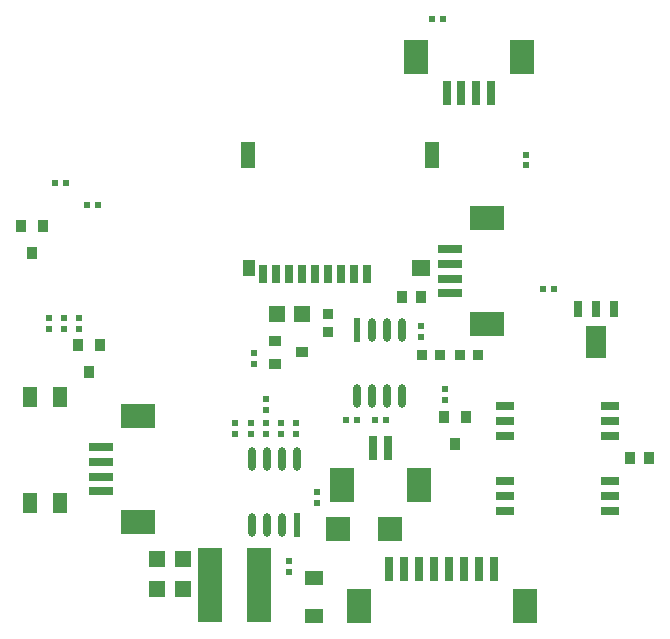
<source format=gbp>
%FSLAX44Y44*%
%MOMM*%
G71*
G01*
G75*
G04 Layer_Color=128*
%ADD10R,0.8890X1.0160*%
%ADD11R,0.6000X0.5000*%
%ADD12R,1.3970X1.3970*%
%ADD13R,0.4064X0.5500*%
%ADD14R,0.3048X0.5500*%
G04:AMPARAMS|DCode=15|XSize=0.32mm|YSize=1.7mm|CornerRadius=0.08mm|HoleSize=0mm|Usage=FLASHONLY|Rotation=0.000|XOffset=0mm|YOffset=0mm|HoleType=Round|Shape=RoundedRectangle|*
%AMROUNDEDRECTD15*
21,1,0.3200,1.5400,0,0,0.0*
21,1,0.1600,1.7000,0,0,0.0*
1,1,0.1600,0.0800,-0.7700*
1,1,0.1600,-0.0800,-0.7700*
1,1,0.1600,-0.0800,0.7700*
1,1,0.1600,0.0800,0.7700*
%
%ADD15ROUNDEDRECTD15*%
%ADD16R,0.5000X1.7000*%
%ADD17R,0.5000X0.6000*%
%ADD18R,1.3500X0.3000*%
%ADD19R,1.3500X0.2500*%
G04:AMPARAMS|DCode=20|XSize=2mm|YSize=1.2mm|CornerRadius=0mm|HoleSize=0mm|Usage=FLASHONLY|Rotation=150.000|XOffset=0mm|YOffset=0mm|HoleType=Round|Shape=Rectangle|*
%AMROTATEDRECTD20*
4,1,4,1.1660,0.0196,0.5660,-1.0196,-1.1660,-0.0196,-0.5660,1.0196,1.1660,0.0196,0.0*
%
%ADD20ROTATEDRECTD20*%

G04:AMPARAMS|DCode=21|XSize=2.1mm|YSize=0.8mm|CornerRadius=0mm|HoleSize=0mm|Usage=FLASHONLY|Rotation=203.500|XOffset=0mm|YOffset=0mm|HoleType=Round|Shape=Rectangle|*
%AMROTATEDRECTD21*
4,1,4,0.8034,0.7855,1.1224,0.0519,-0.8034,-0.7855,-1.1224,-0.0519,0.8034,0.7855,0.0*
%
%ADD21ROTATEDRECTD21*%

G04:AMPARAMS|DCode=22|XSize=3mm|YSize=2.1mm|CornerRadius=0mm|HoleSize=0mm|Usage=FLASHONLY|Rotation=203.500|XOffset=0mm|YOffset=0mm|HoleType=Round|Shape=Rectangle|*
%AMROTATEDRECTD22*
4,1,4,0.9569,1.5610,1.7943,-0.3648,-0.9569,-1.5610,-1.7943,0.3648,0.9569,1.5610,0.0*
%
%ADD22ROTATEDRECTD22*%

%ADD23R,1.0000X1.6000*%
%ADD24R,0.7000X0.6000*%
%ADD25C,0.2540*%
%ADD26C,0.3000*%
%ADD27C,0.6000*%
%ADD28C,1.0000*%
%ADD29C,0.5000*%
%ADD30C,0.4000*%
%ADD31C,1.0000*%
%ADD32O,2.0000X0.7500*%
G04:AMPARAMS|DCode=33|XSize=4mm|YSize=4mm|CornerRadius=2mm|HoleSize=0mm|Usage=FLASHONLY|Rotation=0.000|XOffset=0mm|YOffset=0mm|HoleType=Round|Shape=RoundedRectangle|*
%AMROUNDEDRECTD33*
21,1,4.0000,0.0000,0,0,0.0*
21,1,0.0000,4.0000,0,0,0.0*
1,1,4.0000,0.0000,0.0000*
1,1,4.0000,0.0000,0.0000*
1,1,4.0000,0.0000,0.0000*
1,1,4.0000,0.0000,0.0000*
%
%ADD33ROUNDEDRECTD33*%
%ADD34C,0.4500*%
%ADD35R,1.3970X1.3970*%
G04:AMPARAMS|DCode=36|XSize=2mm|YSize=2mm|CornerRadius=0mm|HoleSize=0mm|Usage=FLASHONLY|Rotation=180.000|XOffset=0mm|YOffset=0mm|HoleType=Round|Shape=RoundedRectangle|*
%AMROUNDEDRECTD36*
21,1,2.0000,2.0000,0,0,180.0*
21,1,2.0000,2.0000,0,0,180.0*
1,1,0.0000,-1.0000,1.0000*
1,1,0.0000,1.0000,1.0000*
1,1,0.0000,1.0000,-1.0000*
1,1,0.0000,-1.0000,-1.0000*
%
%ADD36ROUNDEDRECTD36*%
%ADD37R,0.7000X1.6000*%
%ADD38R,1.1000X1.4000*%
%ADD39R,1.6000X1.4000*%
%ADD40R,1.2000X2.2000*%
%ADD41R,3.0000X2.1000*%
%ADD42R,2.1000X0.8000*%
%ADD43R,0.8128X0.8128*%
%ADD44R,1.0668X0.8128*%
%ADD45R,0.8128X0.8128*%
%ADD46R,0.8128X1.0668*%
%ADD47R,1.5200X0.7600*%
%ADD48R,1.8000X2.8000*%
%ADD49R,0.7000X1.4000*%
%ADD50O,0.6096X2.0320*%
%ADD51R,0.6096X2.0320*%
%ADD52R,1.2000X1.8000*%
%ADD53R,2.1500X6.3000*%
%ADD54R,1.6000X1.2000*%
%ADD55R,2.1000X3.0000*%
%ADD56R,0.8000X2.1000*%
%ADD57C,0.8000*%
%ADD58C,0.1200*%
%ADD59C,0.1250*%
%ADD60R,1.0922X1.2192*%
%ADD61R,0.8032X0.7032*%
%ADD62R,1.6002X1.6002*%
%ADD63R,0.6096X0.7532*%
%ADD64R,0.5080X0.7532*%
G04:AMPARAMS|DCode=65|XSize=0.5232mm|YSize=1.9032mm|CornerRadius=0.1816mm|HoleSize=0mm|Usage=FLASHONLY|Rotation=0.000|XOffset=0mm|YOffset=0mm|HoleType=Round|Shape=RoundedRectangle|*
%AMROUNDEDRECTD65*
21,1,0.5232,1.5400,0,0,0.0*
21,1,0.1600,1.9032,0,0,0.0*
1,1,0.3632,0.0800,-0.7700*
1,1,0.3632,-0.0800,-0.7700*
1,1,0.3632,-0.0800,0.7700*
1,1,0.3632,0.0800,0.7700*
%
%ADD65ROUNDEDRECTD65*%
%ADD66R,0.7032X1.9032*%
%ADD67R,0.7032X0.8032*%
%ADD68R,1.5532X0.5032*%
%ADD69R,1.5532X0.4532*%
G04:AMPARAMS|DCode=70|XSize=2.2032mm|YSize=1.4032mm|CornerRadius=0mm|HoleSize=0mm|Usage=FLASHONLY|Rotation=150.000|XOffset=0mm|YOffset=0mm|HoleType=Round|Shape=Rectangle|*
%AMROTATEDRECTD70*
4,1,4,1.3048,0.0568,0.6032,-1.1584,-1.3048,-0.0568,-0.6032,1.1584,1.3048,0.0568,0.0*
%
%ADD70ROTATEDRECTD70*%

G04:AMPARAMS|DCode=71|XSize=2.3032mm|YSize=1.0032mm|CornerRadius=0mm|HoleSize=0mm|Usage=FLASHONLY|Rotation=203.500|XOffset=0mm|YOffset=0mm|HoleType=Round|Shape=Rectangle|*
%AMROTATEDRECTD71*
4,1,4,0.8561,0.9192,1.2561,-0.0008,-0.8561,-0.9192,-1.2561,0.0008,0.8561,0.9192,0.0*
%
%ADD71ROTATEDRECTD71*%

G04:AMPARAMS|DCode=72|XSize=3.2032mm|YSize=2.3032mm|CornerRadius=0mm|HoleSize=0mm|Usage=FLASHONLY|Rotation=203.500|XOffset=0mm|YOffset=0mm|HoleType=Round|Shape=Rectangle|*
%AMROTATEDRECTD72*
4,1,4,1.0096,1.6947,1.9280,-0.4174,-1.0096,-1.6947,-1.9280,0.4174,1.0096,1.6947,0.0*
%
%ADD72ROTATEDRECTD72*%

%ADD73R,1.2032X1.8032*%
%ADD74R,0.9032X0.8032*%
%ADD75C,1.2032*%
%ADD76O,2.2032X0.9532*%
G04:AMPARAMS|DCode=77|XSize=4.2032mm|YSize=4.2032mm|CornerRadius=2.1016mm|HoleSize=0mm|Usage=FLASHONLY|Rotation=0.000|XOffset=0mm|YOffset=0mm|HoleType=Round|Shape=RoundedRectangle|*
%AMROUNDEDRECTD77*
21,1,4.2032,0.0000,0,0,0.0*
21,1,0.0000,4.2032,0,0,0.0*
1,1,4.2032,0.0000,0.0000*
1,1,4.2032,0.0000,0.0000*
1,1,4.2032,0.0000,0.0000*
1,1,4.2032,0.0000,0.0000*
%
%ADD77ROUNDEDRECTD77*%
%ADD78R,1.6002X1.6002*%
G04:AMPARAMS|DCode=79|XSize=2.2032mm|YSize=2.2032mm|CornerRadius=0mm|HoleSize=0mm|Usage=FLASHONLY|Rotation=180.000|XOffset=0mm|YOffset=0mm|HoleType=Round|Shape=RoundedRectangle|*
%AMROUNDEDRECTD79*
21,1,2.2032,2.2032,0,0,180.0*
21,1,2.2032,2.2032,0,0,180.0*
1,1,0.0000,-1.1016,1.1016*
1,1,0.0000,1.1016,1.1016*
1,1,0.0000,1.1016,-1.1016*
1,1,0.0000,-1.1016,-1.1016*
%
%ADD79ROUNDEDRECTD79*%
%ADD80R,0.9032X1.8032*%
%ADD81R,1.3032X1.6032*%
%ADD82R,1.8032X1.6032*%
%ADD83R,1.4032X2.4032*%
%ADD84R,3.2032X2.3032*%
%ADD85R,2.3032X1.0032*%
%ADD86R,1.0160X1.0160*%
%ADD87R,1.2700X1.0160*%
%ADD88R,1.0160X1.0160*%
%ADD89R,1.0160X1.2700*%
%ADD90R,1.7232X0.9632*%
%ADD91R,2.0032X3.0032*%
%ADD92R,0.9032X1.6032*%
%ADD93O,0.8128X2.2352*%
%ADD94R,0.8128X2.2352*%
%ADD95R,1.4032X2.0032*%
%ADD96R,2.3532X6.5032*%
%ADD97R,1.8032X1.4032*%
%ADD98R,2.3032X3.2032*%
%ADD99R,1.0032X2.3032*%
D10*
X77899Y31750D02*
D03*
X61898D02*
D03*
X254889Y-105002D02*
D03*
X270891D02*
D03*
D11*
X-63500Y-15820D02*
D03*
Y-24820D02*
D03*
X97790Y-46610D02*
D03*
Y-55609D02*
D03*
X77470Y-1960D02*
D03*
Y7040D02*
D03*
X-53340Y-84510D02*
D03*
Y-75510D02*
D03*
Y-64003D02*
D03*
Y-55003D02*
D03*
X-224790Y4390D02*
D03*
Y13390D02*
D03*
X-212141Y4390D02*
D03*
Y13390D02*
D03*
X-27940Y-84510D02*
D03*
Y-75510D02*
D03*
X-34290Y-192350D02*
D03*
Y-201350D02*
D03*
X-10160Y-142930D02*
D03*
Y-133930D02*
D03*
X166370Y152092D02*
D03*
Y143092D02*
D03*
X-66040Y-84510D02*
D03*
Y-75510D02*
D03*
X-79391Y-84510D02*
D03*
Y-75510D02*
D03*
X-40640Y-84510D02*
D03*
Y-75510D02*
D03*
X-237490Y13390D02*
D03*
Y4390D02*
D03*
D17*
X189920Y38500D02*
D03*
X180920D02*
D03*
X-205160Y109109D02*
D03*
X-196160D02*
D03*
X-232010Y128270D02*
D03*
X-223011D02*
D03*
X95940Y267048D02*
D03*
X86940D02*
D03*
X38680Y-72390D02*
D03*
X47680D02*
D03*
X14550D02*
D03*
X23550D02*
D03*
D35*
X-44435Y17425D02*
D03*
X-22845D02*
D03*
X-123825Y-215900D02*
D03*
X-145415D02*
D03*
X-123825Y-190239D02*
D03*
X-145415D02*
D03*
D36*
X51210Y-165100D02*
D03*
X7210D02*
D03*
D37*
X-56257Y50800D02*
D03*
X-45303D02*
D03*
X-34253D02*
D03*
X-23287D02*
D03*
X-12320D02*
D03*
X-1280D02*
D03*
X9737D02*
D03*
X20697D02*
D03*
X31750D02*
D03*
D38*
X-68313Y55793D02*
D03*
D39*
X77707Y55883D02*
D03*
D40*
X-68370Y151883D02*
D03*
X86717Y151880D02*
D03*
D41*
X133610Y98340D02*
D03*
Y8340D02*
D03*
X-162300Y-69300D02*
D03*
Y-159300D02*
D03*
D42*
X102610Y34590D02*
D03*
Y47090D02*
D03*
Y59590D02*
D03*
Y72090D02*
D03*
X-193300Y-133050D02*
D03*
Y-120550D02*
D03*
Y-108050D02*
D03*
Y-95550D02*
D03*
D43*
X-1270Y2000D02*
D03*
Y17240D02*
D03*
D44*
X-22861Y-15291D02*
D03*
X-45798Y-5753D02*
D03*
Y-24829D02*
D03*
D45*
X125730Y-17200D02*
D03*
X110490D02*
D03*
X78740D02*
D03*
X93980D02*
D03*
D46*
X106629Y-92672D02*
D03*
X116167Y-69736D02*
D03*
X97092D02*
D03*
X-261179Y91554D02*
D03*
X-242104D02*
D03*
X-251642Y68618D02*
D03*
X-212789Y-8776D02*
D03*
X-193713D02*
D03*
X-203251Y-31712D02*
D03*
D47*
X237490Y-61047D02*
D03*
Y-73730D02*
D03*
Y-86430D02*
D03*
Y-124530D02*
D03*
Y-137230D02*
D03*
Y-149930D02*
D03*
X148590Y-149790D02*
D03*
Y-137090D02*
D03*
Y-124390D02*
D03*
Y-86290D02*
D03*
Y-73590D02*
D03*
Y-60890D02*
D03*
D48*
X225863Y-6916D02*
D03*
D49*
X240863Y21584D02*
D03*
X225863D02*
D03*
X210863D02*
D03*
D50*
X-27599Y-105270D02*
D03*
X-40300D02*
D03*
X-53000D02*
D03*
X-65700D02*
D03*
Y-161150D02*
D03*
X-53000D02*
D03*
X-40300D02*
D03*
X23790Y-52400D02*
D03*
X36490D02*
D03*
X49190D02*
D03*
X61890D02*
D03*
Y3480D02*
D03*
X49190D02*
D03*
X36490D02*
D03*
D51*
X-27599Y-161150D02*
D03*
X23790Y3480D02*
D03*
D52*
X-227950Y-52850D02*
D03*
X-253350D02*
D03*
X-253350Y-142850D02*
D03*
X-227950Y-142850D02*
D03*
D53*
X-100760Y-212090D02*
D03*
X-59260D02*
D03*
D54*
X-12700Y-238250D02*
D03*
Y-206250D02*
D03*
D55*
X75680Y-127260D02*
D03*
X10680D02*
D03*
X163110Y234921D02*
D03*
X73110Y234921D02*
D03*
X165650Y-230130D02*
D03*
X24850D02*
D03*
D56*
X49430Y-96260D02*
D03*
X36930D02*
D03*
X99360Y203921D02*
D03*
X111860D02*
D03*
X124360Y203921D02*
D03*
X136860Y203921D02*
D03*
X76300Y-199130D02*
D03*
X114200D02*
D03*
X101500D02*
D03*
X89000D02*
D03*
X126900D02*
D03*
X139600D02*
D03*
X63600D02*
D03*
X50900D02*
D03*
M02*

</source>
